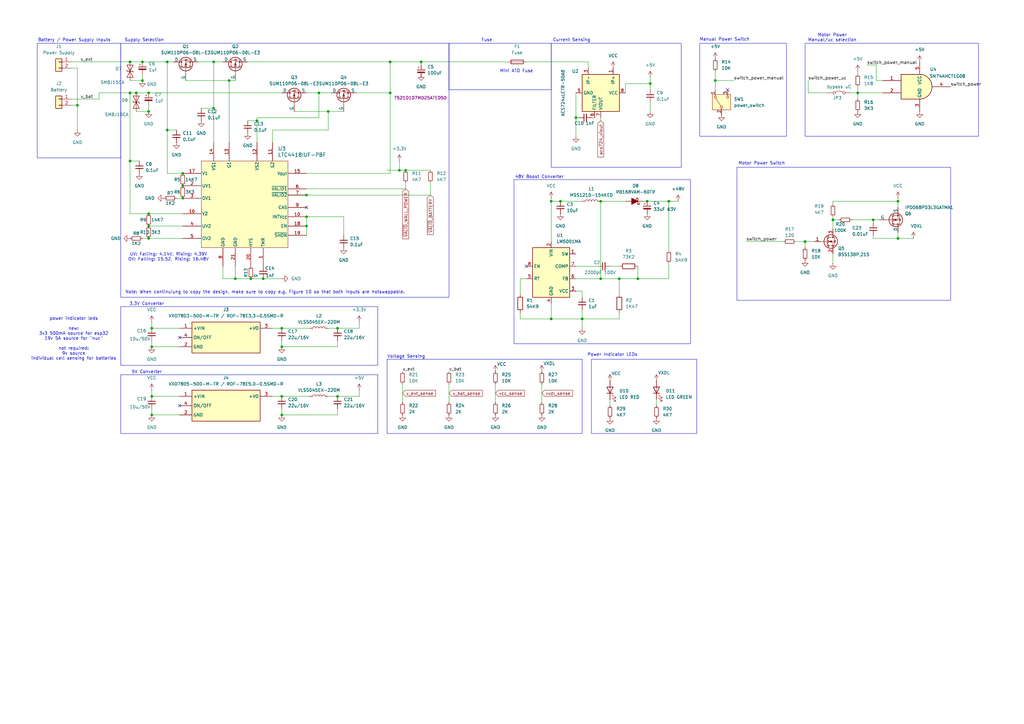
<source format=kicad_sch>
(kicad_sch (version 20231120) (generator "eeschema") (generator_version "8.0")
  (paper "A3")
  (junction (at 53.34 25.4))
  (junction (at 53.34 38.1))
  (junction (at 62.23 142.24))
  (junction (at 160.02 38.1))
  (junction (at 60.96 97.79))
  (junction (at 74.93 76.2))
  (junction (at 341.63 90.17))
  (junction (at 62.23 162.56))
  (junction (at 55.88 38.1))
  (junction (at 229.87 82.55))
  (junction (at 105.41 49.53))
  (junction (at 138.43 162.56))
  (junction (at 115.57 142.24))
  (junction (at 87.63 44.45))
  (junction (at 102.87 114.3))
  (junction (at 74.93 71.12))
  (junction (at 358.14 90.17))
  (junction (at 68.58 53.34))
  (junction (at 166.37 69.85))
  (junction (at 163.83 69.85))
  (junction (at 68.58 25.4))
  (junction (at 125.73 80.01))
  (junction (at 96.52 114.3))
  (junction (at 115.57 162.56))
  (junction (at 74.93 81.28))
  (junction (at 60.96 38.1))
  (junction (at 246.38 114.3))
  (junction (at 62.23 134.62))
  (junction (at 293.37 33.02))
  (junction (at 238.76 130.81))
  (junction (at 368.3 97.79))
  (junction (at 130.81 38.1))
  (junction (at 115.57 170.18))
  (junction (at 226.06 130.81))
  (junction (at 62.23 170.18))
  (junction (at 236.22 48.26))
  (junction (at 246.38 82.55))
  (junction (at 125.73 88.9))
  (junction (at 351.79 38.1))
  (junction (at 266.7 34.29))
  (junction (at 60.96 87.63))
  (junction (at 226.06 82.55))
  (junction (at 107.95 114.3))
  (junction (at 254 114.3))
  (junction (at 93.98 33.02))
  (junction (at 58.42 25.4))
  (junction (at 31.75 43.18))
  (junction (at 53.34 66.04))
  (junction (at 261.62 114.3))
  (junction (at 115.57 134.62))
  (junction (at 265.43 82.55))
  (junction (at 134.62 45.72))
  (junction (at 160.02 25.4))
  (junction (at 330.2 99.06))
  (junction (at 368.3 82.55))
  (junction (at 60.96 92.71))
  (junction (at 125.73 92.71))
  (junction (at 274.32 82.55))
  (junction (at 138.43 134.62))
  (junction (at 60.96 45.72))
  (junction (at 172.72 25.4))
  (junction (at 87.63 25.4))
  (junction (at 58.42 33.02))
  (no_connect (at 215.9 109.22))
  (no_connect (at 73.66 138.43))
  (no_connect (at 125.73 85.09))
  (no_connect (at 73.66 166.37))
  (no_connect (at 298.45 36.83))
  (wire (pts (xy 256.54 38.1) (xy 256.54 34.29)))
  (wire (pts (xy 274.32 82.55) (xy 274.32 102.87)))
  (wire (pts (xy 274.32 82.55) (xy 278.13 82.55)))
  (wire (pts (xy 213.36 128.27) (xy 213.36 130.81)))
  (wire (pts (xy 254 114.3) (xy 261.62 114.3)))
  (wire (pts (xy 68.58 71.12) (xy 74.93 71.12)))
  (wire (pts (xy 107.95 114.3) (xy 115.57 114.3)))
  (wire (pts (xy 266.7 31.75) (xy 266.7 34.29)))
  (wire (pts (xy 358.14 90.17) (xy 358.14 91.44)))
  (wire (pts (xy 226.06 130.81) (xy 238.76 130.81)))
  (wire (pts (xy 341.63 88.9) (xy 341.63 90.17)))
  (wire (pts (xy 358.14 90.17) (xy 360.68 90.17)))
  (wire (pts (xy 266.7 41.91) (xy 266.7 45.72)))
  (wire (pts (xy 60.96 97.79) (xy 74.93 97.79)))
  (wire (pts (xy 96.52 114.3) (xy 102.87 114.3)))
  (wire (pts (xy 158.75 69.85) (xy 163.83 69.85)))
  (wire (pts (xy 213.36 130.81) (xy 226.06 130.81)))
  (wire (pts (xy 29.21 43.18) (xy 31.75 43.18)))
  (wire (pts (xy 29.21 40.64) (xy 40.64 40.64)))
  (wire (pts (xy 358.14 97.79) (xy 368.3 97.79)))
  (wire (pts (xy 166.37 77.47) (xy 125.73 77.47)))
  (wire (pts (xy 115.57 167.64) (xy 115.57 170.18)))
  (wire (pts (xy 125.73 88.9) (xy 125.73 92.71)))
  (wire (pts (xy 60.96 45.72) (xy 60.96 43.18)))
  (wire (pts (xy 72.39 81.28) (xy 74.93 81.28)))
  (wire (pts (xy 62.23 167.64) (xy 62.23 170.18)))
  (wire (pts (xy 125.73 88.9) (xy 140.97 88.9)))
  (wire (pts (xy 102.87 114.3) (xy 107.95 114.3)))
  (wire (pts (xy 82.55 44.45) (xy 87.63 44.45)))
  (wire (pts (xy 160.02 25.4) (xy 160.02 38.1)))
  (wire (pts (xy 330.2 99.06) (xy 334.01 99.06)))
  (wire (pts (xy 138.43 139.7) (xy 138.43 142.24)))
  (wire (pts (xy 172.72 31.75) (xy 172.72 30.48)))
  (wire (pts (xy 140.97 96.52) (xy 140.97 88.9)))
  (wire (pts (xy 62.23 134.62) (xy 73.66 134.62)))
  (wire (pts (xy 238.76 127) (xy 238.76 130.81)))
  (wire (pts (xy 236.22 48.26) (xy 237.49 48.26)))
  (wire (pts (xy 115.57 142.24) (xy 138.43 142.24)))
  (wire (pts (xy 368.3 97.79) (xy 374.65 97.79)))
  (wire (pts (xy 166.37 74.93) (xy 166.37 77.47)))
  (wire (pts (xy 138.43 167.64) (xy 138.43 170.18)))
  (wire (pts (xy 93.98 33.02) (xy 93.98 58.42)))
  (wire (pts (xy 138.43 134.62) (xy 147.32 134.62)))
  (wire (pts (xy 101.6 25.4) (xy 160.02 25.4)))
  (wire (pts (xy 226.06 81.28) (xy 226.06 82.55)))
  (wire (pts (xy 246.38 114.3) (xy 254 114.3)))
  (wire (pts (xy 62.23 139.7) (xy 62.23 142.24)))
  (wire (pts (xy 341.63 90.17) (xy 344.17 90.17)))
  (wire (pts (xy 203.2 157.48) (xy 203.2 165.1)))
  (wire (pts (xy 115.57 134.62) (xy 127 134.62)))
  (wire (pts (xy 81.28 25.4) (xy 87.63 25.4)))
  (wire (pts (xy 105.41 49.53) (xy 105.41 48.26)))
  (wire (pts (xy 184.15 157.48) (xy 184.15 165.1)))
  (wire (pts (xy 246.38 82.55) (xy 246.38 114.3)))
  (wire (pts (xy 222.25 157.48) (xy 222.25 165.1)))
  (wire (pts (xy 250.19 109.22) (xy 254 109.22)))
  (wire (pts (xy 359.41 26.67) (xy 359.41 33.02)))
  (wire (pts (xy 246.38 49.53) (xy 246.38 48.26)))
  (wire (pts (xy 293.37 33.02) (xy 300.99 33.02)))
  (wire (pts (xy 53.34 66.04) (xy 57.15 66.04)))
  (wire (pts (xy 93.98 33.02) (xy 96.52 33.02)))
  (wire (pts (xy 134.62 53.34) (xy 134.62 45.72)))
  (wire (pts (xy 134.62 45.72) (xy 140.97 45.72)))
  (wire (pts (xy 31.75 27.94) (xy 31.75 43.18)))
  (wire (pts (xy 213.36 120.65) (xy 213.36 114.3)))
  (wire (pts (xy 29.21 27.94) (xy 31.75 27.94)))
  (wire (pts (xy 96.52 109.22) (xy 96.52 114.3)))
  (wire (pts (xy 91.44 114.3) (xy 96.52 114.3)))
  (wire (pts (xy 351.79 29.21) (xy 351.79 30.48)))
  (wire (pts (xy 68.58 53.34) (xy 68.58 71.12)))
  (wire (pts (xy 368.3 81.28) (xy 368.3 82.55)))
  (wire (pts (xy 87.63 25.4) (xy 91.44 25.4)))
  (wire (pts (xy 60.96 87.63) (xy 74.93 87.63)))
  (wire (pts (xy 125.73 38.1) (xy 130.81 38.1)))
  (wire (pts (xy 60.96 92.71) (xy 74.93 92.71)))
  (wire (pts (xy 172.72 26.67) (xy 172.72 25.4)))
  (wire (pts (xy 111.76 162.56) (xy 115.57 162.56)))
  (wire (pts (xy 265.43 82.55) (xy 274.32 82.55)))
  (wire (pts (xy 125.73 80.01) (xy 176.53 80.01)))
  (wire (pts (xy 115.57 162.56) (xy 127 162.56)))
  (wire (pts (xy 226.06 82.55) (xy 229.87 82.55)))
  (wire (pts (xy 236.22 119.38) (xy 238.76 119.38)))
  (wire (pts (xy 40.64 40.64) (xy 40.64 38.1)))
  (wire (pts (xy 341.63 82.55) (xy 368.3 82.55)))
  (wire (pts (xy 53.34 38.1) (xy 55.88 38.1)))
  (wire (pts (xy 254 128.27) (xy 254 130.81)))
  (wire (pts (xy 115.57 139.7) (xy 115.57 142.24)))
  (wire (pts (xy 53.34 25.4) (xy 58.42 25.4)))
  (wire (pts (xy 118.11 80.01) (xy 125.73 80.01)))
  (wire (pts (xy 236.22 114.3) (xy 246.38 114.3)))
  (wire (pts (xy 358.14 96.52) (xy 358.14 97.79)))
  (wire (pts (xy 274.32 107.95) (xy 274.32 114.3)))
  (wire (pts (xy 58.42 25.4) (xy 68.58 25.4)))
  (wire (pts (xy 68.58 53.34) (xy 72.39 53.34)))
  (wire (pts (xy 215.9 25.4) (xy 241.3 25.4)))
  (wire (pts (xy 341.63 82.55) (xy 341.63 83.82)))
  (wire (pts (xy 176.53 74.93) (xy 176.53 80.01)))
  (wire (pts (xy 236.22 48.26) (xy 236.22 55.88)))
  (wire (pts (xy 31.75 43.18) (xy 31.75 53.34)))
  (wire (pts (xy 254 120.65) (xy 254 114.3)))
  (wire (pts (xy 293.37 33.02) (xy 293.37 36.83)))
  (wire (pts (xy 53.34 66.04) (xy 53.34 87.63)))
  (wire (pts (xy 368.3 82.55) (xy 368.3 85.09)))
  (wire (pts (xy 236.22 38.1) (xy 236.22 48.26)))
  (wire (pts (xy 105.41 58.42) (xy 105.41 49.53)))
  (wire (pts (xy 53.34 87.63) (xy 60.96 87.63)))
  (wire (pts (xy 134.62 162.56) (xy 138.43 162.56)))
  (wire (pts (xy 238.76 130.81) (xy 254 130.81)))
  (wire (pts (xy 40.64 38.1) (xy 53.34 38.1)))
  (wire (pts (xy 60.96 38.1) (xy 115.57 38.1)))
  (wire (pts (xy 226.06 82.55) (xy 226.06 99.06)))
  (wire (pts (xy 241.3 25.4) (xy 241.3 27.94)))
  (wire (pts (xy 359.41 33.02) (xy 361.95 33.02)))
  (wire (pts (xy 349.25 90.17) (xy 358.14 90.17)))
  (wire (pts (xy 111.76 53.34) (xy 134.62 53.34)))
  (wire (pts (xy 101.6 49.53) (xy 105.41 49.53)))
  (wire (pts (xy 256.54 34.29) (xy 266.7 34.29)))
  (wire (pts (xy 293.37 29.21) (xy 293.37 33.02)))
  (wire (pts (xy 62.23 162.56) (xy 73.66 162.56)))
  (wire (pts (xy 163.83 66.04) (xy 163.83 69.85)))
  (wire (pts (xy 250.19 163.83) (xy 250.19 166.37)))
  (wire (pts (xy 341.63 93.98) (xy 341.63 90.17)))
  (wire (pts (xy 368.3 95.25) (xy 368.3 97.79)))
  (wire (pts (xy 68.58 25.4) (xy 68.58 53.34)))
  (wire (pts (xy 213.36 114.3) (xy 215.9 114.3)))
  (wire (pts (xy 351.79 38.1) (xy 361.95 38.1)))
  (wire (pts (xy 166.37 69.85) (xy 176.53 69.85)))
  (wire (pts (xy 349.25 38.1) (xy 351.79 38.1)))
  (wire (pts (xy 87.63 25.4) (xy 87.63 44.45)))
  (wire (pts (xy 264.16 82.55) (xy 265.43 82.55)))
  (wire (pts (xy 238.76 121.92) (xy 238.76 119.38)))
  (wire (pts (xy 55.88 45.72) (xy 60.96 45.72)))
  (wire (pts (xy 165.1 157.48) (xy 165.1 165.1)))
  (wire (pts (xy 306.07 99.06) (xy 321.31 99.06)))
  (wire (pts (xy 246.38 82.55) (xy 256.54 82.55)))
  (wire (pts (xy 326.39 99.06) (xy 330.2 99.06)))
  (wire (pts (xy 111.76 58.42) (xy 111.76 53.34)))
  (wire (pts (xy 160.02 25.4) (xy 172.72 25.4)))
  (wire (pts (xy 236.22 109.22) (xy 245.11 109.22)))
  (wire (pts (xy 125.73 71.12) (xy 160.02 71.12)))
  (wire (pts (xy 62.23 142.24) (xy 73.66 142.24)))
  (wire (pts (xy 242.57 48.26) (xy 243.84 48.26)))
  (wire (pts (xy 29.21 25.4) (xy 53.34 25.4)))
  (wire (pts (xy 229.87 82.55) (xy 238.76 82.55)))
  (wire (pts (xy 62.23 160.02) (xy 62.23 162.56)))
  (wire (pts (xy 87.63 44.45) (xy 87.63 58.42)))
  (wire (pts (xy 355.6 26.67) (xy 359.41 26.67)))
  (wire (pts (xy 138.43 162.56) (xy 147.32 162.56)))
  (wire (pts (xy 115.57 170.18) (xy 138.43 170.18)))
  (wire (pts (xy 91.44 109.22) (xy 91.44 114.3)))
  (wire (pts (xy 160.02 38.1) (xy 160.02 71.12)))
  (wire (pts (xy 163.83 69.85) (xy 166.37 69.85)))
  (wire (pts (xy 125.73 92.71) (xy 125.73 96.52)))
  (wire (pts (xy 134.62 134.62) (xy 138.43 134.62)))
  (wire (pts (xy 238.76 130.81) (xy 238.76 134.62)))
  (wire (pts (xy 130.81 48.26) (xy 130.81 38.1)))
  (wire (pts (xy 147.32 132.08) (xy 147.32 134.62)))
  (wire (pts (xy 55.88 38.1) (xy 60.96 38.1)))
  (wire (pts (xy 330.2 99.06) (xy 330.2 101.6)))
  (wire (pts (xy 105.41 48.26) (xy 130.81 48.26)))
  (wire (pts (xy 130.81 38.1) (xy 135.89 38.1)))
  (wire (pts (xy 331.47 33.02) (xy 331.47 38.1)))
  (wire (pts (xy 261.62 109.22) (xy 261.62 114.3)))
  (wire (pts (xy 58.42 97.79) (xy 60.96 97.79)))
  (wire (pts (xy 53.34 38.1) (xy 53.34 66.04)))
  (wire (pts (xy 68.58 25.4) (xy 71.12 25.4)))
  (wire (pts (xy 62.23 132.08) (xy 62.23 134.62)))
  (wire (pts (xy 274.32 114.3) (xy 261.62 114.3)))
  (wire (pts (xy 331.47 38.1) (xy 339.09 38.1)))
  (wire (pts (xy 120.65 45.72) (xy 134.62 45.72)))
  (wire (pts (xy 76.2 33.02) (xy 93.98 33.02)))
  (wire (pts (xy 53.34 33.02) (xy 58.42 33.02)))
  (wire (pts (xy 62.23 170.18) (xy 73.66 170.18)))
  (wire (pts (xy 146.05 38.1) (xy 160.02 38.1)))
  (wire (pts (xy 111.76 134.62) (xy 115.57 134.62)))
  (wire (pts (xy 341.63 104.14) (xy 341.63 107.95)))
  (wire (pts (xy 351.79 38.1) (xy 351.79 40.64)))
  (wire (pts (xy 266.7 34.29) (xy 266.7 36.83)))
  (wire (pts (xy 226.06 124.46) (xy 226.06 130.81)))
  (wire (pts (xy 58.42 33.02) (xy 58.42 30.48)))
  (wire (pts (xy 147.32 160.02) (xy 147.32 162.56)))
  (wire (pts (xy 172.72 25.4) (xy 208.28 25.4)))
  (wire (pts (xy 351.79 35.56) (xy 351.79 38.1)))
  (wire (pts (xy 269.24 163.83) (xy 269.24 166.37)))
  (rectangle (start 287.02 17.78) (end 322.58 55.88))
  (rectangle (start 184.15 17.78) (end 226.06 36.83))
  (rectangle (start 49.53 153.67) (end 154.94 177.8))
  (rectangle (start 302.26 68.58) (end 389.89 123.19))
  (rectangle (start 158.75 147.32) (end 238.76 177.8))
  (rectangle (start 49.53 125.73) (end 154.94 149.86))
  (rectangle (start 330.2 17.78) (end 401.32 55.88))
  (rectangle (start 242.57 147.32) (end 285.75 177.8))
  (rectangle (start 49.53 17.78) (end 184.15 121.92))
  (rectangle (start 210.82 73.66) (end 283.21 140.97))
  (rectangle (start 226.06 17.78) (end 279.4 68.58))
  (rectangle (start 15.24 17.78) (end 49.53 64.77))
  (text "power indicator leds\n\nnew:\n3v3 500mA source for esp32\n19v 5A source for \"nuc\"\n\nnot required:\n9v source\nindividual cell sensing for batteries" (at 30.226 138.938 0) (effects (font (size 1.27 1.27))))
  (text "5V Converter" (at 60.198 152.654 0) (effects (font (size 1.27 1.27))))
  (text "Motor Power Switch" (at 312.42 67.056 0) (effects (font (size 1.27 1.27))))
  (text "48V Boost Converter" (at 221.234 72.644 0) (effects (font (size 1.27 1.27))))
  (text "3.3V Converter" (at 60.198 124.714 0) (effects (font (size 1.27 1.27))))
  (text "Supply Selection" (at 59.182 16.51 0) (effects (font (size 1.27 1.27))))
  (text "Power Indicator LEDs" (at 251.206 145.542 0) (effects (font (size 1.27 1.27))))
  (text "Motor Power\nManual/uc selection" (at 341.376 15.494 0) (effects (font (size 1.27 1.27))))
  (text "Manual Power Switch" (at 297.18 16.256 0) (effects (font (size 1.27 1.27))))
  (text "Mini ATO Fuse" (at 211.836 29.21 0) (effects (font (size 1.27 1.27))))
  (text "UV: Falling: 4.14V, Rising: 4.39V\nOV: Falling: 15.52, Rising: 16.48V" (at 69.088 105.41 0) (effects (font (size 1.27 1.27))))
  (text "Voltage Sensing" (at 166.624 146.304 0) (effects (font (size 1.27 1.27))))
  (text "Note: When continuiung to copy the design, make sure to copy e.g. Figure 10 so that both inputs are hotswappable." (at 108.712 119.888 0) (effects (font (size 1.27 1.27))))
  (text "Fuse" (at 199.644 16.51 0) (effects (font (size 1.27 1.27))))
  (text "Current Sensing" (at 234.442 16.51 0) (effects (font (size 1.27 1.27))))
  (text "Battery / Power Supply Inputs" (at 30.48 16.51 0) (effects (font (size 1.27 1.27))))
  (label "v_bat" (at 184.15 152.4 0))
  (label "switch_power" (at 389.89 35.56 0))
  (label "switch_power_manual" (at 355.6 26.67 0))
  (label "switch_power" (at 306.07 99.06 0))
  (label "v_ext" (at 165.1 152.4 0))
  (label "switch_power_manual" (at 300.99 33.02 0))
  (label "switch_power_uc" (at 331.47 33.02 0))
  (label "v_bat" (at 33.02 40.64 0))
  (label "v_ext" (at 33.02 25.4 0))
  (global_label "vxdl_sense" (shape input) (at 222.25 161.29 0) (property "Intersheetrefs" "${INTERSHEET_REFS}" (effects (hide yes))))
  (global_label "v_ext_sense" (shape input) (at 165.1 161.29 0) (property "Intersheetrefs" "${INTERSHEET_REFS}" (effects (hide yes))))
  (global_label "acs724_viout" (shape input) (at 246.38 49.53 270) (property "Intersheetrefs" "${INTERSHEET_REFS}" (effects (hide yes))))
  (global_label "~{VALID}_BATTERY" (shape input) (at 176.53 80.01 270) (property "Intersheetrefs" "${INTERSHEET_REFS}" (effects (hide yes))))
  (global_label "~{VALID}_WALL_POWER" (shape input) (at 166.37 77.47 270) (property "Intersheetrefs" "${INTERSHEET_REFS}" (effects (hide yes))))
  (global_label "v_bat_sense" (shape input) (at 184.15 161.29 0) (property "Intersheetrefs" "${INTERSHEET_REFS}" (effects (hide yes))))
  (global_label "vcc_sense" (shape input) (at 203.2 161.29 0) (property "Intersheetrefs" "${INTERSHEET_REFS}" (effects (hide yes))))
  (symbol (lib_id "Diode:SD15_SOD323") (at 53.34 29.21 90) (unit 1)
    (property "Reference" "D7" (at 47.244 28.194 90) (effects (justify right)))
    (property "Value" "SMBJ15CA" (at 41.148 33.782 90) (effects (justify right)))
    (property "Footprint" "footprints:DIONM5436X244N" (effects (hide yes)))
  )
  (symbol (lib_id "power:GND") (at 58.42 33.02 0) (unit 1)
    (property "Reference" "#PWR027" (effects (hide yes)))
    (property "Value" "GND" (at 62.23 34.544 0))
    (property "Description" "Power symbol creates a global label with name \"GND\" , ground" (effects (hide yes)))
  )
  (symbol (lib_id "Diode:SD15_SOD323") (at 55.88 41.91 90) (unit 1)
    (property "Reference" "D9" (at 49.784 41.148 90) (effects (justify right)))
    (property "Value" "SMBJ15CA" (at 42.926 46.99 90) (effects (justify right)))
    (property "Footprint" "footprints:DIONM5436X244N" (effects (hide yes)))
  )
  (symbol (lib_id "Device:R") (at 257.81 109.22 90) (unit 1)
    (property "Reference" "R3" (at 257.81 102.87 90))
    (property "Value" "73K2" (at 257.81 105.41 90))
    (property "Description" "Resistor" (effects (hide yes)))
  )
  (symbol (lib_id "power:VCC") (at 374.65 97.79 0) (unit 1)
    (property "Reference" "#PWR055" (effects (hide yes)))
    (property "Value" "VDXL" (at 375.92 92.71 0))
    (property "Description" "Power symbol creates a global label with name \"VCC\"" (effects (hide yes)))
  )
  (symbol (lib_id "Sensor_Current:ACS724xLCTR-50AB") (at 246.38 38.1 270) (unit 1)
    (property "Reference" "U2" (at 235.966 29.21 90))
    (property "Value" "ACS724xLCTR-50AB" (at 230.886 38.1 0))
    (property "Footprint" "Package_SO:SOIC-8_3.9x4.9mm_P1.27mm" (effects (hide yes)))
    (property "Datasheet" "http://www.allegromicro.com/~/media/Files/Datasheets/ACS724-Datasheet.ashx?la=en" (effects (hide yes)))
    (property "Description" "±50A Bidirectional Hall-Effect Current Sensor, +5.0V supply, 40mV/A, SOIC-8" (effects (hide yes)))
  )
  (symbol (lib_id "power:+5V") (at 266.7 31.75 0) (unit 1)
    (property "Reference" "#PWR019" (effects (hide yes)))
    (property "Value" "+5V" (at 266.7 26.67 0))
    (property "Description" "Power symbol creates a global label with name \"+5V\"" (effects (hide yes)))
  )
  (symbol (lib_id "power:GND") (at 295.91 46.99 0) (unit 1)
    (property "Reference" "#PWR047" (effects (hide yes)))
    (property "Value" "GND" (at 295.91 52.07 0))
    (property "Description" "Power symbol creates a global label with name \"GND\" , ground" (effects (hide yes)))
  )
  (symbol (lib_id "Device:C_Polarized_Small") (at 58.42 27.94 0) (unit 1)
    (property "Reference" "C6" (at 60.96 26.1238 0) (effects (justify left)))
    (property "Value" "1uF" (at 60.96 28.6638 0) (effects (justify left)))
    (property "Description" "Polarized capacitor, small symbol" (effects (hide yes)))
  )
  (symbol (lib_id "power:+3.3V") (at 163.83 66.04 0) (unit 1)
    (property "Reference" "#PWR037" (effects (hide yes)))
    (property "Value" "+3.3V" (at 163.83 60.96 0))
    (property "Description" "Power symbol creates a global label with name \"+3.3V\"" (effects (hide yes)))
  )
  (symbol (lib_id "power:GND") (at 330.2 106.68 0) (unit 1)
    (property "Reference" "#PWR052" (effects (hide yes)))
    (property "Value" "GND" (at 330.2 111.76 0))
    (property "Description" "Power symbol creates a global label with name \"GND\" , ground" (effects (hide yes)))
  )
  (symbol (lib_id "power:GND") (at 53.34 97.79 270) (unit 1)
    (property "Reference" "#PWR036" (effects (hide yes)))
    (property "Value" "GND" (at 49.53 97.7899 90) (effects (justify right)))
    (property "Description" "Power symbol creates a global label with name \"GND\" , ground" (effects (hide yes)))
  )
  (symbol (lib_id "Connector_Generic:Conn_01x02") (at 24.13 40.64 0) (mirror y) (unit 1)
    (property "Reference" "J2" (at 24.13 34.29 0))
    (property "Value" "Battery" (at 24.13 36.83 0))
    (property "Description" "Generic connector, single row, 01x02, script generated (kicad-library-utils/schlib/autogen/connector/)" (effects (hide yes)))
  )
  (symbol (lib_id "Device:C_Small") (at 240.03 48.26 90) (unit 1)
    (property "Reference" "C10" (at 239.522 50.546 90) (effects (justify left)))
    (property "Value" "1nF" (at 243.84 50.546 90) (effects (justify left)))
    (property "Description" "Unpolarized capacitor, small symbol" (effects (hide yes)))
  )
  (symbol (lib_id "power:VCC") (at 368.3 81.28 0) (unit 1)
    (property "Reference" "#PWR054" (effects (hide yes)))
    (property "Value" "VCC" (at 368.3 76.2 0))
    (property "Description" "Power symbol creates a global label with name \"VCC\"" (effects (hide yes)))
  )
  (symbol (lib_id "power:VCC") (at 251.46 27.94 0) (unit 1)
    (property "Reference" "#PWR017" (effects (hide yes)))
    (property "Value" "VCC" (at 251.46 22.86 0))
    (property "Description" "Power symbol creates a global label with name \"VCC\"" (effects (hide yes)))
  )
  (symbol (lib_id "Device:R_Small") (at 351.79 43.18 0) (unit 1)
    (property "Reference" "R16" (at 354.33 41.9099 0) (effects (justify left)))
    (property "Value" "3K3" (at 354.33 44.4499 0) (effects (justify left)))
    (property "Description" "Resistor, small symbol" (effects (hide yes)))
  )
  (symbol (lib_id "power:GND") (at 31.75 53.34 0) (unit 1)
    (property "Reference" "#PWR016" (effects (hide yes)))
    (property "Value" "GND" (at 31.75 58.42 0))
    (property "Description" "Power symbol creates a global label with name \"GND\" , ground" (effects (hide yes)))
  )
  (symbol (lib_id "Device:L") (at 130.81 162.56 90) (unit 1)
    (property "Reference" "L3" (at 130.81 157.48 90))
    (property "Value" "VLS5045EX-220M" (at 130.81 160.02 90))
    (property "Description" "Inductor" (effects (hide yes)))
  )
  (symbol (lib_id "74xGxx:74AHCT1G08") (at 377.19 35.56 0) (unit 1)
    (property "Reference" "U4" (at 382.778 28.448 0))
    (property "Value" "SN74AHCT1G08" (at 388.62 31.242 0))
    (property "Footprint" "Package_TO_SOT_SMD:SOT-23-5" (effects (hide yes)))
    (property "Datasheet" "http://www.ti.com/lit/sg/scyt129e/scyt129e.pdf" (effects (hide yes)))
    (property "Description" "Single AND Gate, Low-Voltage CMOS" (effects (hide yes)))
  )
  (symbol (lib_id "power:GND") (at 60.96 45.72 0) (unit 1)
    (property "Reference" "#PWR028" (effects (hide yes)))
    (property "Value" "GND" (at 60.96 50.8 0))
    (property "Description" "Power symbol creates a global label with name \"GND\" , ground" (effects (hide yes)))
  )
  (symbol (lib_id "power:VCC") (at 203.2 152.4 0) (unit 1)
    (property "Reference" "#PWR060" (effects (hide yes)))
    (property "Value" "VCC" (at 205.74 149.352 0))
    (property "Description" "Power symbol creates a global label with name \"VCC\"" (effects (hide yes)))
  )
  (symbol (lib_id "Device:R_Small") (at 274.32 105.41 0) (unit 1)
    (property "Reference" "R4" (at 276.86 104.1399 0) (effects (justify left)))
    (property "Value" "54K9" (at 276.86 106.6799 0) (effects (justify left)))
    (property "Description" "Resistor, small symbol" (effects (hide yes)))
  )
  (symbol (lib_id "power:+5V") (at 351.79 29.21 0) (unit 1)
    (property "Reference" "#PWR050" (effects (hide yes)))
    (property "Value" "+5V" (at 351.79 24.13 0))
    (property "Description" "Power symbol creates a global label with name \"+5V\"" (effects (hide yes)))
  )
  (symbol (lib_id "power:GND") (at 140.97 101.6 0) (unit 1)
    (property "Reference" "#PWR034" (effects (hide yes)))
    (property "Value" "GND" (at 140.97 106.68 0))
    (property "Description" "Power symbol creates a global label with name \"GND\" , ground" (effects (hide yes)))
  )
  (symbol (lib_id "Device:C_Small") (at 229.87 85.09 0) (unit 1)
    (property "Reference" "C3" (at 232.41 83.8262 0) (effects (justify left)))
    (property "Value" "10uF" (at 232.41 86.3662 0) (effects (justify left)))
    (property "Description" "Unpolarized capacitor, small symbol" (effects (hide yes)))
  )
  (symbol (lib_id "Device:R_Small") (at 323.85 99.06 90) (unit 1)
    (property "Reference" "R17" (at 323.85 93.98 90))
    (property "Value" "120" (at 323.85 96.52 90))
    (property "Description" "Resistor, small symbol" (effects (hide yes)))
  )
  (symbol (lib_id "Device:R_Small") (at 330.2 104.14 180) (unit 1)
    (property "Reference" "R18" (at 332.74 102.8699 0) (effects (justify right)))
    (property "Value" "10K" (at 332.74 105.4099 0) (effects (justify right)))
    (property "Description" "Resistor, small symbol" (effects (hide yes)))
  )
  (symbol (lib_id "Switch:SW_SPDT") (at 295.91 41.91 90) (unit 1)
    (property "Reference" "SW1" (at 300.99 40.6399 90) (effects (justify right)))
    (property "Value" "power_switch" (at 300.99 43.1799 90) (effects (justify right)))
    (property "Description" "Switch, single pole double throw" (effects (hide yes)))
  )
  (symbol (lib_id "power:GND") (at 82.55 49.53 0) (unit 1)
    (property "Reference" "#PWR031" (effects (hide yes)))
    (property "Value" "GND" (at 82.55 54.61 0))
    (property "Description" "Power symbol creates a global label with name \"GND\" , ground" (effects (hide yes)))
  )
  (symbol (lib_id "Device:C_Small") (at 358.14 93.98 0) (unit 1)
    (property "Reference" "C23" (at 349.504 93.472 0) (effects (justify left)))
    (property "Value" "0.01uF" (at 349.504 96.012 0) (effects (justify left)))
    (property "Description" "Unpolarized capacitor, small symbol" (effects (hide yes)))
  )
  (symbol (lib_id "Device:C_Small") (at 138.43 165.1 0) (unit 1)
    (property "Reference" "C21" (at 140.97 163.8362 0) (effects (justify left)))
    (property "Value" "22u/16V" (at 140.97 166.3762 0) (effects (justify left)))
    (property "Description" "Unpolarized capacitor, small symbol" (effects (hide yes)))
  )
  (symbol (lib_id "Device:R") (at 254 124.46 0) (unit 1)
    (property "Reference" "R2" (at 256.54 123.1899 0) (effects (justify left)))
    (property "Value" "1K47" (at 256.54 125.7299 0) (effects (justify left)))
    (property "Description" "Resistor" (effects (hide yes)))
  )
  (symbol (lib_id "power:GND") (at 269.24 171.45 0) (unit 1)
    (property "Reference" "#PWR065" (effects (hide yes)))
    (property "Value" "GND" (at 269.24 176.53 0))
    (property "Description" "Power symbol creates a global label with name \"GND\" , ground" (effects (hide yes)))
  )
  (symbol (lib_id "Device:C_Polarized_Small") (at 265.43 85.09 0) (unit 1)
    (property "Reference" "C4" (at 267.97 83.2738 0) (effects (justify left)))
    (property "Value" "33uF 63V" (at 267.97 85.8138 0) (effects (justify left)))
    (property "Description" "Polarized capacitor, small symbol" (effects (hide yes)))
  )
  (symbol (lib_id "Device:LED") (at 250.19 160.02 90) (unit 1)
    (property "Reference" "D10" (at 254 160.3374 90) (effects (justify right)))
    (property "Value" "LED RED" (at 254 162.8774 90) (effects (justify right)))
    (property "Description" "Light emitting diode" (effects (hide yes)))
  )
  (symbol (lib_id "Device:R_Small") (at 351.79 33.02 0) (unit 1)
    (property "Reference" "R15" (at 354.33 31.7499 0) (effects (justify left)))
    (property "Value" "1K8" (at 354.33 34.2899 0) (effects (justify left)))
    (property "Description" "Resistor, small symbol" (effects (hide yes)))
  )
  (symbol (lib_id "power:VCC") (at 250.19 156.21 0) (unit 1)
    (property "Reference" "#PWR062" (effects (hide yes)))
    (property "Value" "VCC" (at 252.73 153.162 0))
    (property "Description" "Power symbol creates a global label with name \"VCC\"" (effects (hide yes)))
  )
  (symbol (lib_id "power:+5V") (at 147.32 160.02 0) (unit 1)
    (property "Reference" "#PWR043" (effects (hide yes)))
    (property "Value" "+5V" (at 147.32 154.94 0))
    (property "Description" "Power symbol creates a global label with name \"+5V\"" (effects (hide yes)))
  )
  (symbol (lib_id "Device:R_Small") (at 69.85 81.28 90) (unit 1)
    (property "Reference" "R7" (at 69.85 79.248 90))
    (property "Value" "1K2" (at 69.85 83.312 90))
    (property "Description" "Resistor, small symbol" (effects (hide yes)))
  )
  (symbol (lib_id "power:GND") (at 165.1 170.18 0) (unit 1)
    (property "Reference" "#PWR056" (effects (hide yes)))
    (property "Value" "GND" (at 165.1 175.26 0))
    (property "Description" "Power symbol creates a global label with name \"GND\" , ground" (effects (hide yes)))
  )
  (symbol (lib_id "Device:R_Small") (at 341.63 86.36 180) (unit 1)
    (property "Reference" "R19" (at 334.01 84.582 0) (effects (justify right)))
    (property "Value" "4K7" (at 334.01 87.122 0) (effects (justify right)))
    (property "Description" "Resistor, small symbol" (effects (hide yes)))
  )
  (symbol (lib_id "power:GND") (at 184.15 170.18 0) (unit 1)
    (property "Reference" "#PWR057" (effects (hide yes)))
    (property "Value" "GND" (at 184.15 175.26 0))
    (property "Description" "Power symbol creates a global label with name \"GND\" , ground" (effects (hide yes)))
  )
  (symbol (lib_id "VXO7803-500-M-TR:VXO7803-500-M-TR") (at 73.66 162.56 0) (unit 1)
    (property "Reference" "J4" (at 92.71 154.94 0))
    (property "Value" "VXO7805-500-M-TR / ROF-78E5.0-0.5SMD-R" (at 92.71 157.48 0))
    (property "Footprint" "VXO7803500MTR" (effects (hide yes)))
    (property "Datasheet" "https://datasheet.datasheetarchive.com/originals/distributors/Datasheets_SAMA/ebe71804fae27f1150299b4ebc025588.pdf" (effects (hide yes)))
    (property "Description" "Non-Isolated DC/DC Converters dc-dc non-isolated, 0.5 A, 4.75~36 Vdc input, 3.3 Vdc output, SMT, open frame, tape and reel" (effects (hide yes)))
    (property "Height" "3.5" (effects (hide yes)))
    (property "Mouser Part Number" "490-VXO7803-500-M-TR" (effects (hide yes)))
    (property "Mouser Price/Stock" "https://www.mouser.co.uk/ProductDetail/CUI-Inc/VXO7803-500-M-TR?qs=GBLSl2AkiruqsgUrpmz5tw%3D%3D" (effects (hide yes)))
    (property "Manufacturer_Name" "CUI Inc." (effects (hide yes)))
    (property "Manufacturer_Part_Number" "VXO7803-500-M-TR" (effects (hide yes)))
  )
  (symbol (lib_id "Device:Fuse") (at 212.09 25.4 90) (unit 1)
    (property "Reference" "F1" (at 212.09 19.05 90))
    (property "Value" "Fuse" (at 212.09 21.59 90))
    (property "Description" "Fuse" (effects (hide yes)))
  )
  (symbol (lib_id "power:GND") (at 203.2 170.18 0) (unit 1)
    (property "Reference" "#PWR058" (effects (hide yes)))
    (property "Value" "GND" (at 203.2 175.26 0))
    (property "Description" "Power symbol creates a global label with name \"GND\" , ground" (effects (hide yes)))
  )
  (symbol (lib_id "Device:D_Schottky_Filled") (at 260.35 82.55 180) (unit 1)
    (property "Reference" "D8" (at 260.6675 76.2 0))
    (property "Value" "RB168VAM-60TR" (at 260.6675 78.74 0))
    (property "Description" "Schottky diode, filled shape" (effects (hide yes)))
  )
  (symbol (lib_id "power:VCC") (at 222.25 152.4 0) (unit 1)
    (property "Reference" "#PWR061" (effects (hide yes)))
    (property "Value" "VXDL" (at 225.298 149.098 0))
    (property "Description" "Power symbol creates a global label with name \"VCC\"" (effects (hide yes)))
  )
  (symbol (lib_id "Simulation_SPICE:PMOS") (at 365.76 90.17 0) (mirror x) (unit 1)
    (property "Reference" "Q6" (at 371.094 87.63 0) (effects (justify left)))
    (property "Value" "IPD068P03L3GATMA1" (at 371.094 85.09 0) (effects (justify left)))
    (property "Datasheet" "https://ngspice.sourceforge.io/docs/ngspice-html-manual/manual.xhtml#cha_MOSFETs" (effects (hide yes)))
    (property "Description" "P-MOSFET transistor, drain/source/gate" (effects (hide yes)))
    (property "Sim.Device" "PMOS" (effects (hide yes)))
    (property "Sim.Type" "VDMOS" (effects (hide yes)))
    (property "Sim.Pins" "1=D 2=G 3=S" (effects (hide yes)))
  )
  (symbol (lib_id "Device:R_Small") (at 346.71 90.17 270) (unit 1)
    (property "Reference" "R20" (at 344.678 91.948 90))
    (property "Value" "100K" (at 344.678 94.488 90))
    (property "Description" "Resistor, small symbol" (effects (hide yes)))
  )
  (symbol (lib_id "Device:C_Polarized_Small") (at 60.96 40.64 0) (unit 1)
    (property "Reference" "C7" (at 63.5 38.8238 0) (effects (justify left)))
    (property "Value" "1uF" (at 63.5 41.3638 0) (effects (justify left)))
    (property "Description" "Polarized capacitor, small symbol" (effects (hide yes)))
  )
  (symbol (lib_id "Device:C_Small") (at 62.23 137.16 0) (unit 1)
    (property "Reference" "C16" (at 56.134 135.636 0) (effects (justify left)))
    (property "Value" "10u/50V" (at 53.086 138.938 0) (effects (justify left)))
    (property "Description" "Unpolarized capacitor, small symbol" (effects (hide yes)))
  )
  (symbol (lib_id "Device:R_Small") (at 222.25 154.94 0) (unit 1)
    (property "Reference" "R27" (at 224.79 153.6699 0) (effects (justify left)))
    (property "Value" "10K" (at 224.79 156.2099 0) (effects (justify left)))
    (property "Description" "Resistor, small symbol" (effects (hide yes)))
  )
  (symbol (lib_id "power:VCC") (at 62.23 132.08 0) (unit 1)
    (property "Reference" "#PWR044" (effects (hide yes)))
    (property "Value" "VCC" (at 62.23 127 0))
    (property "Description" "Power symbol creates a global label with name \"VCC\"" (effects (hide yes)))
  )
  (symbol (lib_id "Simulation_SPICE:PMOS") (at 76.2 27.94 90) (unit 1)
    (property "Reference" "Q1" (at 76.2 19.05 90))
    (property "Value" "SUM110P06-08L-E3" (at 76.2 21.59 90))
    (property "Datasheet" "https://ngspice.sourceforge.io/docs/ngspice-html-manual/manual.xhtml#cha_MOSFETs" (effects (hide yes)))
    (property "Description" "P-MOSFET transistor, drain/source/gate" (effects (hide yes)))
    (property "Sim.Device" "PMOS" (effects (hide yes)))
    (property "Sim.Type" "VDMOS" (effects (hide yes)))
    (property "Sim.Pins" "1=D 2=G 3=S" (effects (hide yes)))
  )
  (symbol (lib_id "VXO7803-500-M-TR:VXO7803-500-M-TR") (at 73.66 134.62 0) (unit 1)
    (property "Reference" "J3" (at 92.71 127 0))
    (property "Value" "VXO7803-500-M-TR / ROF-78E3.3-0.5SMD-R" (at 92.71 129.54 0))
    (property "Footprint" "VXO7803500MTR" (effects (hide yes)))
    (property "Datasheet" "https://datasheet.datasheetarchive.com/originals/distributors/Datasheets_SAMA/ebe71804fae27f1150299b4ebc025588.pdf" (effects (hide yes)))
    (property "Description" "Non-Isolated DC/DC Converters dc-dc non-isolated, 0.5 A, 4.75~36 Vdc input, 3.3 Vdc output, SMT, open frame, tape and reel" (effects (hide yes)))
    (property "Height" "3.5" (effects (hide yes)))
    (property "Mouser Part Number" "490-VXO7803-500-M-TR" (effects (hide yes)))
    (property "Mouser Price/Stock" "https://www.mouser.co.uk/ProductDetail/CUI-Inc/VXO7803-500-M-TR?qs=GBLSl2AkiruqsgUrpmz5tw%3D%3D" (effects (hide yes)))
    (property "Manufacturer_Name" "CUI Inc." (effects (hide yes)))
    (property "Manufacturer_Part_Number" "VXO7803-500-M-TR" (effects (hide yes)))
  )
  (symbol (lib_id "Device:R_Small") (at 166.37 72.39 0) (unit 1)
    (property "Reference" "R11" (at 168.91 71.1199 0) (effects (justify left)))
    (property "Value" "4K7" (at 168.91 73.6599 0) (effects (justify left)))
    (property "Description" "Resistor, small symbol" (effects (hide yes)))
  )
  (symbol (lib_id "Device:C_Small") (at 140.97 99.06 0) (unit 1)
    (property "Reference" "C15" (at 143.51 97.7962 0) (effects (justify left)))
    (property "Value" "0.1uF" (at 143.51 100.3362 0) (effects (justify left)))
    (property "Description" "Unpolarized capacitor, small symbol" (effects (hide yes)))
  )
  (symbol (lib_id "Device:C_Small") (at 101.6 52.07 0) (unit 1)
    (property "Reference" "C13" (at 104.14 50.8062 0) (effects (justify left)))
    (property "Value" "0.1uF" (at 104.14 53.3462 0) (effects (justify left)))
    (property "Description" "Unpolarized capacitor, small symbol" (effects (hide yes)))
  )
  (symbol (lib_id "Device:C_Small") (at 238.76 124.46 0) (unit 1)
    (property "Reference" "C1" (at 241.3 123.1962 0) (effects (justify left)))
    (property "Value" "1uF" (at 241.3 125.7362 0) (effects (justify left)))
    (property "Description" "Unpolarized capacitor, small symbol" (effects (hide yes)))
  )
  (symbol (lib_id "Device:LED") (at 269.24 160.02 90) (unit 1)
    (property "Reference" "D11" (at 273.05 160.3374 90) (effects (justify right)))
    (property "Value" "LED GREEN" (at 273.05 162.8774 90) (effects (justify right)))
    (property "Description" "Light emitting diode" (effects (hide yes)))
  )
  (symbol (lib_id "Connector_Generic:Conn_01x02") (at 24.13 25.4 0) (mirror y) (unit 1)
    (property "Reference" "J1" (at 24.13 19.05 0))
    (property "Value" "Power Supply" (at 24.13 21.59 0))
    (property "Description" "Generic connector, single row, 01x02, script generated (kicad-library-utils/schlib/autogen/connector/)" (effects (hide yes)))
  )
  (symbol (lib_id "Device:R_Small") (at 60.96 90.17 0) (unit 1)
    (property "Reference" "R9" (at 57.404 90.17 0) (effects (justify left)))
    (property "Value" "14K7" (at 61.976 90.17 0) (effects (justify left)))
    (property "Description" "Resistor, small symbol" (effects (hide yes)))
  )
  (symbol (lib_id "Device:R_Small") (at 74.93 78.74 0) (unit 1)
    (property "Reference" "R6" (at 71.374 78.74 0) (effects (justify left)))
    (property "Value" "3K3" (at 75.946 78.74 0) (effects (justify left)))
    (property "Description" "Resistor, small symbol" (effects (hide yes)))
  )
  (symbol (lib_id "power:VCC") (at 62.23 160.02 0) (unit 1)
    (property "Reference" "#PWR045" (effects (hide yes)))
    (property "Value" "VCC" (at 62.23 154.94 0))
    (property "Description" "Power symbol creates a global label with name \"VCC\"" (effects (hide yes)))
  )
  (symbol (lib_id "power:+3.3V") (at 147.32 132.08 0) (unit 1)
    (property "Reference" "#PWR040" (effects (hide yes)))
    (property "Value" "+3.3V" (at 147.32 127 0))
    (property "Description" "Power symbol creates a global label with name \"+3.3V\"" (effects (hide yes)))
  )
  (symbol (lib_id "Device:R") (at 213.36 124.46 0) (unit 1)
    (property "Reference" "R1" (at 215.9 123.1899 0) (effects (justify left)))
    (property "Value" "54K9" (at 215.9 125.7299 0) (effects (justify left)))
    (property "Description" "Resistor" (effects (hide yes)))
  )
  (symbol (lib_id "power:GND") (at 57.15 71.12 0) (unit 1)
    (property "Reference" "#PWR029" (effects (hide yes)))
    (property "Value" "GND" (at 57.15 76.2 0))
    (property "Description" "Power symbol creates a global label with name \"GND\" , ground" (effects (hide yes)))
  )
  (symbol (lib_id "power:+5V") (at 377.19 25.4 0) (unit 1)
    (property "Reference" "#PWR048" (effects (hide yes)))
    (property "Value" "+5V" (at 377.19 20.32 0))
    (property "Description" "Power symbol creates a global label with name \"+5V\"" (effects (hide yes)))
  )
  (symbol (lib_id "Simulation_SPICE:PMOS") (at 120.65 40.64 90) (unit 1)
    (property "Reference" "Q3" (at 120.65 31.75 90))
    (property "Value" "SUM110P06-08L-E3" (at 120.65 34.29 90))
    (property "Datasheet" "https://ngspice.sourceforge.io/docs/ngspice-html-manual/manual.xhtml#cha_MOSFETs" (effects (hide yes)))
    (property "Description" "P-MOSFET transistor, drain/source/gate" (effects (hide yes)))
    (property "Sim.Device" "PMOS" (effects (hide yes)))
    (property "Sim.Type" "VDMOS" (effects (hide yes)))
    (property "Sim.Pins" "1=D 2=G 3=S" (effects (hide yes)))
  )
  (symbol (lib_id "Device:R_Small") (at 269.24 168.91 0) (unit 1)
    (property "Reference" "R30" (at 271.78 167.6399 0) (effects (justify left)))
    (property "Value" "4K7" (at 271.78 170.1799 0) (effects (justify left)))
    (property "Description" "Resistor, small symbol" (effects (hide yes)))
  )
  (symbol (lib_id "power:GND") (at 341.63 107.95 0) (unit 1)
    (property "Reference" "#PWR053" (effects (hide yes)))
    (property "Value" "GND" (at 341.63 113.03 0))
    (property "Description" "Power symbol creates a global label with name \"GND\" , ground" (effects (hide yes)))
  )
  (symbol (lib_id "Device:R_Small") (at 222.25 167.64 0) (unit 1)
    (property "Reference" "R28" (at 224.79 166.3699 0) (effects (justify left)))
    (property "Value" "2K" (at 224.79 168.9099 0) (effects (justify left)))
    (property "Description" "Resistor, small symbol" (effects (hide yes)))
  )
  (symbol (lib_id "power:GND") (at 101.6 54.61 0) (unit 1)
    (property "Reference" "#PWR032" (effects (hide yes)))
    (property "Value" "GND" (at 101.6 59.69 0))
    (property "Description" "Power symbol creates a global label with name \"GND\" , ground" (effects (hide yes)))
  )
  (symbol (lib_id "Device:C_Small") (at 266.7 39.37 0) (unit 1)
    (property "Reference" "C9" (at 269.24 38.1062 0) (effects (justify left)))
    (property "Value" "0.1uF" (at 269.24 40.6462 0) (effects (justify left)))
    (property "Description" "Unpolarized capacitor, small symbol" (effects (hide yes)))
  )
  (symbol (lib_id "Device:C_Small") (at 57.15 68.58 0) (unit 1)
    (property "Reference" "C8" (at 59.69 67.3162 0) (effects (justify left)))
    (property "Value" "0.1uF" (at 59.69 69.8562 0) (effects (justify left)))
    (property "Description" "Unpolarized capacitor, small symbol" (effects (hide yes)))
  )
  (symbol (lib_id "Device:R_Small") (at 60.96 95.25 0) (unit 1)
    (property "Reference" "R10" (at 57.404 95.25 0) (effects (justify left)))
    (property "Value" "3K3" (at 61.976 95.25 0) (effects (justify left)))
    (property "Description" "Resistor, small symbol" (effects (hide yes)))
  )
  (symbol (lib_id "Device:R_Small") (at 184.15 154.94 0) (unit 1)
    (property "Reference" "R23" (at 186.69 153.6699 0) (effects (justify left)))
    (property "Value" "10K" (at 186.69 156.2099 0) (effects (justify left)))
    (property "Description" "Resistor, small symbol" (effects (hide yes)))
  )
  (symbol (lib_id "Device:C_Small") (at 115.57 137.16 0) (unit 1)
    (property "Reference" "C17" (at 118.11 135.8962 0) (effects (justify left)))
    (property "Value" "22u/16V" (at 118.11 138.4362 0) (effects (justify left)))
    (property "Description" "Unpolarized capacitor, small symbol" (effects (hide yes)))
  )
  (symbol (lib_id "power:GND") (at 351.79 45.72 0) (unit 1)
    (property "Reference" "#PWR051" (effects (hide yes)))
    (property "Value" "GND" (at 351.79 50.8 0))
    (property "Description" "Power symbol creates a global label with name \"GND\" , ground" (effects (hide yes)))
  )
  (symbol (lib_id "power:GND") (at 115.57 142.24 0) (unit 1)
    (property "Reference" "#PWR038" (effects (hide yes)))
    (property "Value" "GND" (at 115.57 147.32 0))
    (property "Description" "Power symbol creates a global label with name \"GND\" , ground" (effects (hide yes)))
  )
  (symbol (lib_id "Device:R_Small") (at 74.93 73.66 0) (unit 1)
    (property "Reference" "R5" (at 71.374 73.66 0) (effects (justify left)))
    (property "Value" "14K7" (at 75.946 73.66 0) (effects (justify left)))
    (property "Description" "Resistor, small symbol" (effects (hide yes)))
  )
  (symbol (lib_id "power:GND") (at 229.87 87.63 0) (unit 1)
    (property "Reference" "#PWR023" (effects (hide yes)))
    (property "Value" "GND" (at 229.87 92.71 0))
    (property "Description" "Power symbol creates a global label with name \"GND\" , ground" (effects (hide yes)))
  )
  (symbol (lib_id "Device:C_Small") (at 138.43 137.16 0) (unit 1)
    (property "Reference" "C18" (at 140.97 135.8962 0) (effects (justify left)))
    (property "Value" "22u/16V" (at 140.97 138.4362 0) (effects (justify left)))
    (property "Description" "Unpolarized capacitor, small symbol" (effects (hide yes)))
  )
  (symbol (lib_id "power:GND") (at 250.19 171.45 0) (unit 1)
    (property "Reference" "#PWR064" (effects (hide yes)))
    (property "Value" "GND" (at 250.19 176.53 0))
    (property "Description" "Power symbol creates a global label with name \"GND\" , ground" (effects (hide yes)))
  )
  (symbol (lib_id "power:GND") (at 265.43 87.63 0) (unit 1)
    (property "Reference" "#PWR025" (effects (hide yes)))
    (property "Value" "GND" (at 265.43 92.71 0))
    (property "Description" "Power symbol creates a global label with name \"GND\" , ground" (effects (hide yes)))
  )
  (symbol (lib_id "Device:L") (at 242.57 82.55 90) (unit 1)
    (property "Reference" "L1" (at 242.57 77.47 90))
    (property "Value" "MSS1210-154KED" (at 242.57 80.01 90))
    (property "Description" "Inductor" (effects (hide yes)))
  )
  (symbol (lib_id "power:VCC") (at 226.06 81.28 0) (unit 1)
    (property "Reference" "#PWR022" (effects (hide yes)))
    (property "Value" "VCC" (at 226.06 76.2 0))
    (property "Description" "Power symbol creates a global label with name \"VCC\"" (effects (hide yes)))
  )
  (symbol (lib_id "Device:C_Small") (at 72.39 55.88 0) (unit 1)
    (property "Reference" "C11" (at 74.93 54.6162 0) (effects (justify left)))
    (property "Value" "0.1uF" (at 74.93 57.1562 0) (effects (justify left)))
    (property "Description" "Unpolarized capacitor, small symbol" (effects (hide yes)))
  )
  (symbol (lib_id "Device:R_Small") (at 203.2 154.94 0) (unit 1)
    (property "Reference" "R25" (at 205.74 153.6699 0) (effects (justify left)))
    (property "Value" "10K" (at 205.74 156.2099 0) (effects (justify left)))
    (property "Description" "Resistor, small symbol" (effects (hide yes)))
  )
  (symbol (lib_id "Device:C_Small") (at 115.57 165.1 0) (unit 1)
    (property "Reference" "C20" (at 118.11 163.8362 0) (effects (justify left)))
    (property "Value" "22u/16V" (at 118.11 166.3762 0) (effects (justify left)))
    (property "Description" "Unpolarized capacitor, small symbol" (effects (hide yes)))
  )
  (symbol (lib_id "Device:R_Small") (at 184.15 167.64 0) (unit 1)
    (property "Reference" "R24" (at 186.69 166.3699 0) (effects (justify left)))
    (property "Value" "2K" (at 186.69 168.9099 0) (effects (justify left)))
    (property "Description" "Resistor, small symbol" (effects (hide yes)))
  )
  (symbol (lib_id "power:GND") (at 238.76 134.62 0) (unit 1)
    (property "Reference" "#PWR021" (effects (hide yes)))
    (property "Value" "GND" (at 238.76 139.7 0))
    (property "Description" "Power symbol creates a global label with name \"GND\" , ground" (effects (hide yes)))
  )
  (symbol (lib_id "power:GND") (at 115.57 114.3 90) (unit 1)
    (property "Reference" "#PWR033" (effects (hide yes)))
    (property "Value" "GND" (at 119.38 114.2999 90) (effects (justify right)))
    (property "Description" "Power symbol creates a global label with name \"GND\" , ground" (effects (hide yes)))
  )
  (symbol (lib_id "power:+48V") (at 278.13 82.55 0) (unit 1)
    (property "Reference" "#PWR024" (effects (hide yes)))
    (property "Value" "+48V" (at 278.13 77.47 0))
    (property "Description" "Power symbol creates a global label with name \"+48V\"" (effects (hide yes)))
  )
  (symbol (lib_id "Device:C_Small") (at 62.23 165.1 0) (unit 1)
    (property "Reference" "C19" (at 56.134 163.576 0) (effects (justify left)))
    (property "Value" "10u/50V" (at 53.086 166.878 0) (effects (justify left)))
    (property "Description" "Unpolarized capacitor, small symbol" (effects (hide yes)))
  )
  (symbol (lib_id "Jumper:Jumper_2_Bridged") (at 344.17 38.1 0) (unit 1) (exclude_from_sim yes)
    (property "Reference" "JP3" (at 343.408 40.132 0))
    (property "Value" "bypass uC" (at 344.17 35.56 0))
    (property "Description" "Jumper, 2-pole, closed/bridged" (effects (hide yes)))
  )
  (symbol (lib_id "power:GND") (at 67.31 81.28 270) (unit 1)
    (property "Reference" "#PWR035" (effects (hide yes)))
    (property "Value" "GND" (at 63.5 81.2799 90) (effects (justify right)))
    (property "Description" "Power symbol creates a global label with name \"GND\" , ground" (effects (hide yes)))
  )
  (symbol (lib_id "Device:R_Small") (at 250.19 168.91 0) (unit 1)
    (property "Reference" "R29" (at 252.73 167.6399 0) (effects (justify left)))
    (property "Value" "4K7" (at 252.73 170.1799 0) (effects (justify left)))
    (property "Description" "Resistor, small symbol" (effects (hide yes)))
  )
  (symbol (lib_id "power:GND") (at 377.19 45.72 0) (unit 1)
    (property "Reference" "#PWR049" (effects (hide yes)))
    (property "Value" "GND" (at 377.19 50.8 0))
    (property "Description" "Power symbol creates a global label with name \"GND\" , ground" (effects (hide yes)))
  )
  (symbol (lib_id "power:GND") (at 72.39 58.42 0) (unit 1)
    (property "Reference" "#PWR030" (effects (hide yes)))
    (property "Value" "GND" (at 72.39 63.5 0))
    (property "Description" "Power symbol creates a global label with name \"GND\" , ground" (effects (hide yes)))
  )
  (symbol (lib_id "Simulation_SPICE:PMOS") (at 140.97 40.64 90) (unit 1)
    (property "Reference" "Q4" (at 140.97 31.75 90))
    (property "Value" "SUM110P06-08L-E3" (at 140.97 34.29 90))
    (property "Datasheet" "https://ngspice.sourceforge.io/docs/ngspice-html-manual/manual.xhtml#cha_MOSFETs" (effects (hide yes)))
    (property "Description" "P-MOSFET transistor, drain/source/gate" (effects (hide yes)))
    (property "Sim.Device" "PMOS" (effects (hide yes)))
    (property "Sim.Type" "VDMOS" (effects (hide yes)))
    (property "Sim.Pins" "1=D 2=G 3=S" (effects (hide yes)))
  )
  (symbol (lib_id "Device:R_Small") (at 203.2 167.64 0) (unit 1)
    (property "Reference" "R26" (at 205.74 166.3699 0) (effects (justify left)))
    (property "Value" "2K" (at 205.74 168.9099 0) (effects (justify left)))
    (property "Description" "Resistor, small symbol" (effects (hide yes)))
  )
  (symbol (lib_id "Device:C_Small") (at 107.95 111.76 0) (unit 1)
    (property "Reference" "C14" (at 108.712 109.982 0) (effects (justify left)))
    (property "Value" "1nF" (at 108.966 113.03 0) (effects (justify left)))
    (property "Description" "Unpolarized capacitor, small symbol" (effects (hide yes)))
  )
  (symbol (lib_id "Device:C_Small") (at 82.55 46.99 0) (unit 1)
    (property "Reference" "C12" (at 85.09 45.7262 0) (effects (justify left)))
    (property "Value" "0.1uF" (at 85.09 48.2662 0) (effects (justify left)))
    (property "Description" "Unpolarized capacitor, small symbol" (effects (hide yes)))
  )
  (symbol (lib_id "Device:R_Small") (at 293.37 26.67 0) (unit 1)
    (property "Reference" "R14" (at 295.91 25.3999 0) (effects (justify left)))
    (property "Value" "10K" (at 295.91 27.9399 0) (effects (justify left)))
    (property "Description" "Resistor, small symbol" (effects (hide yes)))
  )
  (symbol (lib_id "Device:R_Small") (at 102.87 111.76 0) (unit 1)
    (property "Reference" "R13" (at 100.838 113.792 90) (effects (justify left)))
    (property "Value" "0" (at 104.902 113.792 90) (effects (justify left)))
    (property "Description" "Resistor, small symbol" (effects (hide yes)))
  )
  (symbol (lib_id "Device:R_Small") (at 165.1 154.94 0) (unit 1)
    (property "Reference" "R21" (at 167.64 153.6699 0) (effects (justify left)))
    (property "Value" "10K" (at 167.64 156.2099 0) (effects (justify left)))
    (property "Description" "Resistor, small symbol" (effects (hide yes)))
  )
  (symbol (lib_id "Device:C_Small") (at 247.65 109.22 90) (unit 1)
    (property "Reference" "C2" (at 244.856 107.696 90))
    (property "Value" "2200pF 100V" (at 246.126 111.76 90))
    (property "Description" "Unpolarized capacitor, small symbol" (effects (hide yes)))
  )
  (symbol (lib_id "ltc4418:LTC4418IUF-PBF") (at 74.93 71.12 0) (unit 1)
    (property "Reference" "U3" (at 113.9541 60.96 0) (effects (font (size 1.524 1.524)) (justify left)))
    (property "Value" "LTC4418IUF-PBF" (at 113.9541 63.5 0) (effects (font (size 1.524 1.524)) (justify left)))
    (property "Footprint" "UF_20_ADI" (effects (hide yes)))
    (property "Datasheet" "LTC4418IUF-PBF" (effects (hide yes)))
  )
  (symbol (lib_id "power:GND") (at 62.23 170.18 0) (unit 1)
    (property "Reference" "#PWR041" (effects (hide yes)))
    (property "Value" "GND" (at 62.23 175.26 0))
    (property "Description" "Power symbol creates a global label with name \"GND\" , ground" (effects (hide yes)))
  )
  (symbol (lib_id "power:GND") (at 222.25 170.18 0) (unit 1)
    (property "Reference" "#PWR059" (effects (hide yes)))
    (property "Value" "GND" (at 222.25 175.26 0))
    (property "Description" "Power symbol creates a global label with name \"GND\" , ground" (effects (hide yes)))
  )
  (symbol (lib_id "Device:R_Small") (at 165.1 167.64 0) (unit 1)
    (property "Reference" "R22" (at 167.64 166.3699 0) (effects (justify left)))
    (property "Value" "2K" (at 167.64 168.9099 0) (effects (justify left)))
    (property "Description" "Resistor, small symbol" (effects (hide yes)))
  )
  (symbol (lib_id "Device:R_Small") (at 176.53 72.39 0) (unit 1)
    (property "Reference" "R12" (at 179.07 71.1199 0) (effects (justify left)))
    (property "Value" "4K7" (at 179.07 73.6599 0) (effects (justify left)))
    (property "Description" "Resistor, small symbol" (effects (hide yes)))
  )
  (symbol (lib_id "power:GND") (at 115.57 170.18 0) (unit 1)
    (property "Reference" "#PWR042" (effects (hide yes)))
    (property "Value" "GND" (at 115.57 175.26 0))
    (property "Description" "Power symbol creates a global label with name \"GND\" , ground" (effects (hide yes)))
  )
  (symbol (lib_id "power:+5V") (at 293.37 24.13 0) (unit 1)
    (property "Reference" "#PWR046" (effects (hide yes)))
    (property "Value" "+5V" (at 293.37 19.05 0))
    (property "Description" "Power symbol creates a global label with name \"+5V\"" (effects (hide yes)))
  )
  (symbol (lib_id "power:VCC") (at 269.24 156.21 0) (unit 1)
    (property "Reference" "#PWR063" (effects (hide yes)))
    (property "Value" "VXDL" (at 272.288 152.908 0))
    (property "Description" "Power symbol creates a global label with name \"VCC\"" (effects (hide yes)))
  )
  (symbol (lib_id "Device:L") (at 130.81 134.62 90) (unit 1)
    (property "Reference" "L2" (at 130.81 129.54 90))
    (property "Value" "VLS5045EX-220M" (at 130.81 132.08 90))
    (property "Description" "Inductor" (effects (hide yes)))
  )
  (symbol (lib_id "power:GND") (at 62.23 142.24 0) (unit 1)
    (property "Reference" "#PWR039" (effects (hide yes)))
    (property "Value" "GND" (at 62.23 147.32 0))
    (property "Description" "Power symbol creates a global label with name \"GND\" , ground" (effects (hide yes)))
  )
  (symbol (lib_id "Regulator_Switching:LM5001MA") (at 226.06 111.76 0) (unit 1)
    (property "Reference" "U1" (at 228.2541 96.52 0) (effects (justify left)))
    (property "Value" "LM5001MA" (at 228.2541 99.06 0) (effects (justify left)))
    (property "Footprint" "Package_SO:SOIC-8_3.9x4.9mm_P1.27mm" (effects (hide yes)))
    (property "Datasheet" "http://www.ti.com/lit/ds/symlink/lm5001.pdf" (effects (hide yes)))
    (property "Description" "1A, High Voltage (75V) Switch-Mode Regulator, Adjustable Output Voltage, SOIC-8" (effects (hide yes)))
  )
  (symbol (lib_id "Simulation_SPICE:PMOS") (at 96.52 27.94 90) (unit 1)
    (property "Reference" "Q2" (at 96.52 19.05 90))
    (property "Value" "SUM110P06-08L-E3" (at 96.52 21.59 90))
    (property "Datasheet" "https://ngspice.sourceforge.io/docs/ngspice-html-manual/manual.xhtml#cha_MOSFETs" (effects (hide yes)))
    (property "Description" "P-MOSFET transistor, drain/source/gate" (effects (hide yes)))
    (property "Sim.Device" "PMOS" (effects (hide yes)))
    (property "Sim.Type" "VDMOS" (effects (hide yes)))
    (property "Sim.Pins" "1=D 2=G 3=S" (effects (hide yes)))
  )
  (symbol (lib_id "power:GND") (at 236.22 55.88 0) (unit 1)
    (property "Reference" "#PWR018" (effects (hide yes)))
    (property "Value" "GND" (at 236.22 60.96 0))
    (property "Description" "Power symbol creates a global label with name \"GND\" , ground" (effects (hide yes)))
  )
  (symbol (lib_id "Device:C_Polarized_Small") (at 172.72 29.21 0) (unit 1)
    (property "Reference" "C5" (at 175.26 27.3938 0) (effects (justify left)))
    (property "Value" "100uF" (at 175.26 29.9338 0) (effects (justify left)))
    (property "Footprint" "footprints:T521D" (effects (hide yes)))
    (property "Description" "Polarized capacitor, small symbol" (effects (hide yes)))
    (property "Part#" "T521D107M025ATE050" (at 172.466 40.132 0))
  )
  (symbol (lib_id "Transistor_FET:BSS138") (at 339.09 99.06 0) (unit 1)
    (property "Reference" "Q5" (at 343.662 101.854 0) (effects (justify left)))
    (property "Value" "BSS138P,215" (at 343.662 104.394 0) (effects (justify left)))
    (property "Footprint" "Package_TO_SOT_SMD:SOT-23" (effects (hide yes)))
    (property "Datasheet" "https://www.onsemi.com/pub/Collateral/BSS138-D.PDF" (effects (hide yes)))
    (property "Description" "50V Vds, 0.22A Id, N-Channel MOSFET, SOT-23" (effects (hide yes)))
  )
  (symbol (lib_id "power:GND") (at 266.7 45.72 0) (unit 1)
    (property "Reference" "#PWR020" (effects (hide yes)))
    (property "Value" "GND" (at 266.7 50.8 0))
    (property "Description" "Power symbol creates a global label with name \"GND\" , ground" (effects (hide yes)))
  )
  (symbol (lib_id "power:GND") (at 172.72 30.48 0) (unit 1)
    (property "Reference" "#PWR026" (effects (hide yes)))
    (property "Value" "GND" (at 172.72 35.56 0))
    (property "Description" "Power symbol creates a global label with name \"GND\" , ground" (effects (hide yes)))
  )
  (symbol (lib_id "Device:R_Small") (at 55.88 97.79 90) (unit 1)
    (property "Reference" "R8" (at 55.88 95.758 90))
    (property "Value" "1K2" (at 55.88 99.822 90))
    (property "Description" "Resistor, small symbol" (effects (hide yes)))
  )
)
</source>
